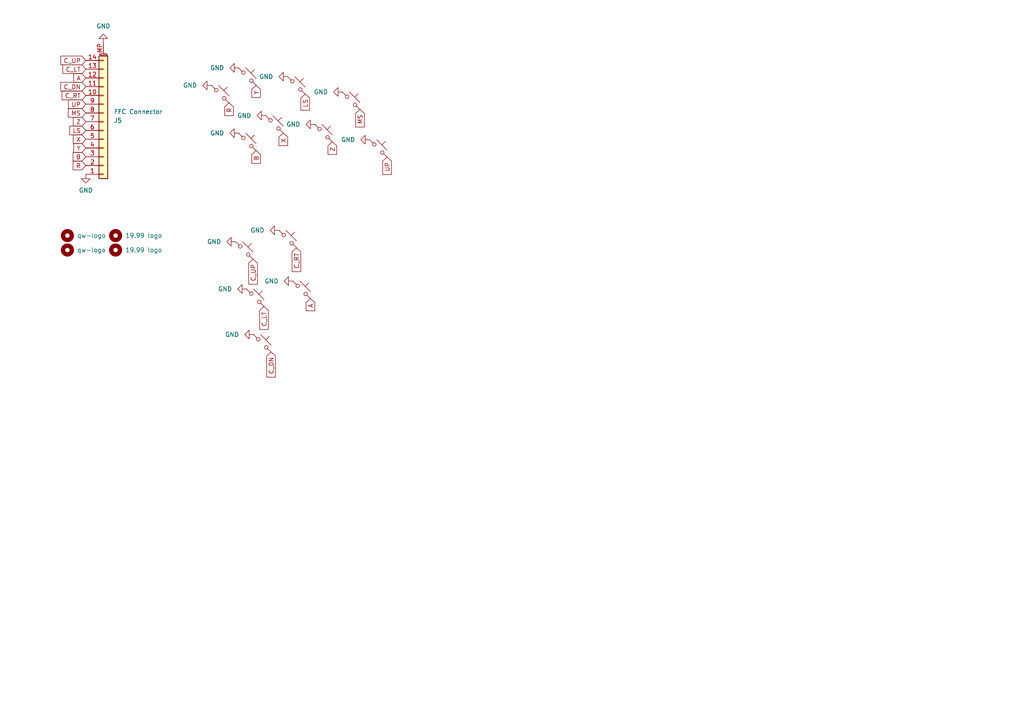
<source format=kicad_sch>
(kicad_sch (version 20230121) (generator eeschema)
  (paper "A4")
  (lib_symbols
    (symbol "Connector_Generic_MountingPin:Conn_01x14_MountingPin" (pin_names (offset 1.016) hide)
      (property "Reference" "J" (at 0 17.78 0))
      (property "Value" "Conn_01x14_MountingPin" (at 1.27 -20.32 0))
      (symbol "Conn_01x14_MountingPin_1_1"
        (rectangle (start -1.27 -17.653) (end 0 -17.907) (stroke (width 0.1524)))
        (rectangle (start -1.27 -15.113) (end 0 -15.367) (stroke (width 0.1524)))
        (rectangle (start -1.27 -12.573) (end 0 -12.827) (stroke (width 0.1524)))
        (rectangle (start -1.27 -10.033) (end 0 -10.287) (stroke (width 0.1524)))
        (rectangle (start -1.27 -7.493) (end 0 -7.747) (stroke (width 0.1524)))
        (rectangle (start -1.27 -4.953) (end 0 -5.207) (stroke (width 0.1524)))
        (rectangle (start -1.27 -2.413) (end 0 -2.667) (stroke (width 0.1524)))
        (rectangle (start -1.27 0.127) (end 0 -0.127) (stroke (width 0.1524)))
        (rectangle (start -1.27 2.667) (end 0 2.413) (stroke (width 0.1524)))
        (rectangle (start -1.27 5.207) (end 0 4.953) (stroke (width 0.1524)))
        (rectangle (start -1.27 7.747) (end 0 7.493) (stroke (width 0.1524)))
        (rectangle (start -1.27 10.287) (end 0 10.033) (stroke (width 0.1524)))
        (rectangle (start -1.27 12.827) (end 0 12.573) (stroke (width 0.1524)))
        (rectangle (start -1.27 15.367) (end 0 15.113) (stroke (width 0.1524)))
        (rectangle (start -1.27 16.51) (end 1.27 -19.05) (stroke (width 0.254)) (fill (type background)))
        (polyline (pts (xy -1.016 -19.812) (xy 1.016 -19.812)) (stroke (width 0.1524)))
        (text "Mounting" (at 0 -19.431 0) (effects (font (size 0.381 0.381))))
        (pin passive line (at -5.08 15.24 0) (length 3.81) (name "Pin_1") (number "1"))
        (pin passive line (at -5.08 -7.62 0) (length 3.81) (name "Pin_10") (number "10"))
        (pin passive line (at -5.08 -10.16 0) (length 3.81) (name "Pin_11") (number "11"))
        (pin passive line (at -5.08 -12.7 0) (length 3.81) (name "Pin_12") (number "12"))
        (pin passive line (at -5.08 -15.24 0) (length 3.81) (name "Pin_13") (number "13"))
        (pin passive line (at -5.08 -17.78 0) (length 3.81) (name "Pin_14") (number "14"))
        (pin passive line (at -5.08 12.7 0) (length 3.81) (name "Pin_2") (number "2"))
        (pin passive line (at -5.08 10.16 0) (length 3.81) (name "Pin_3") (number "3"))
        (pin passive line (at -5.08 7.62 0) (length 3.81) (name "Pin_4") (number "4"))
        (pin passive line (at -5.08 5.08 0) (length 3.81) (name "Pin_5") (number "5"))
        (pin passive line (at -5.08 2.54 0) (length 3.81) (name "Pin_6") (number "6"))
        (pin passive line (at -5.08 0 0) (length 3.81) (name "Pin_7") (number "7"))
        (pin passive line (at -5.08 -2.54 0) (length 3.81) (name "Pin_8") (number "8"))
        (pin passive line (at -5.08 -5.08 0) (length 3.81) (name "Pin_9") (number "9"))
        (pin passive line (at 0 -22.86 90) (length 3.048) (name "MountPin") (number "MP"))
      )
    )
    (symbol "GND_2" (power) (pin_names (offset 0))
      (property "Value" "GND_2" (at 0 -3.81 0))
      (symbol "GND_2_0_1"
        (polyline (pts (xy 0 0) (xy 0 -1.27) (xy 1.27 -1.27) (xy 0 -2.54) (xy -1.27 -1.27) (xy 0 -1.27)))
      )
      (symbol "GND_2_1_1"
        (pin power_in line (at 0 0 270) (length 0) hide (name "GND") (number "1"))
      )
    )
    (symbol "Mechanical:MountingHole" (pin_names (offset 1.016))
      (property "Reference" "H" (at 0 5.08 0))
      (property "Value" "MountingHole" (at 0 3.175 0))
      (symbol "MountingHole_0_1"
        (circle (center 0 0) (radius 1.27) (stroke (width 1.27)))
      )
    )
    (symbol "PCM_marbastlib-choc:choc_SW_HS" (pin_numbers hide) (pin_names (offset 1.016) hide)
      (property "Reference" "CH" (at 3.048 1.016 0))
      (property "Value" "choc_SW_HS" (at 0 -3.81 0))
      (symbol "choc_SW_HS_0_1"
        (circle (center -1.1684 1.1684) (radius 0.508))
        (polyline (pts (xy -0.508 2.54) (xy 2.54 -0.508)))
        (polyline (pts (xy 1.016 1.016) (xy 2.032 2.032)))
        (polyline (pts (xy -2.54 2.54) (xy -1.524 1.524) (xy -1.524 1.524)))
        (polyline (pts (xy 1.524 -1.524) (xy 2.54 -2.54) (xy 2.54 -2.54) (xy 2.54 -2.54)))
        (circle (center 1.143 -1.1938) (radius 0.508))
        (pin passive line (at -2.54 2.54 0) (length 0) (name "1") (number "1"))
        (pin passive line (at 2.54 -2.54 180) (length 0) (name "2") (number "2"))
      )
    )
    (symbol "power:GND" (power) (pin_names (offset 0))
      (property "Value" "GND" (at 0 -3.81 0))
      (symbol "GND_0_1"
        (polyline (pts (xy 0 0) (xy 0 -1.27) (xy 1.27 -1.27) (xy 0 -2.54) (xy -1.27 -1.27) (xy 0 -1.27)))
      )
      (symbol "GND_1_1"
        (pin power_in line (at 0 0 270) (length 0) hide (name "GND") (number "1"))
      )
    )
  )
  (global_label "X" (shape input) (at 24.892 40.386 180) (property "Intersheetrefs" "${INTERSHEET_REFS}" (effects hide)))
  (global_label "C_LT" (shape input) (at 76.581 88.9 270) (property "Intersheetrefs" "${INTERSHEET_REFS}" (effects hide)))
  (global_label "B" (shape input) (at 24.892 45.466 180) (property "Intersheetrefs" "${INTERSHEET_REFS}" (effects hide)))
  (global_label "C_DN" (shape input) (at 78.613 102.108 270) (property "Intersheetrefs" "${INTERSHEET_REFS}" (effects hide)))
  (global_label "Y" (shape input) (at 74.295 24.765 270) (property "Intersheetrefs" "${INTERSHEET_REFS}" (effects hide)))
  (global_label "LS" (shape input) (at 24.892 37.846 180) (property "Intersheetrefs" "${INTERSHEET_REFS}" (effects hide)))
  (global_label "R" (shape input) (at 24.892 48.006 180) (property "Intersheetrefs" "${INTERSHEET_REFS}" (effects hide)))
  (global_label "X" (shape input) (at 82.169 38.608 270) (property "Intersheetrefs" "${INTERSHEET_REFS}" (effects hide)))
  (global_label "C_DN" (shape input) (at 24.892 25.146 180) (property "Intersheetrefs" "${INTERSHEET_REFS}" (effects hide)))
  (global_label "C_RT" (shape input) (at 85.979 71.882 270) (property "Intersheetrefs" "${INTERSHEET_REFS}" (effects hide)))
  (global_label "MS" (shape input) (at 104.394 31.75 270) (property "Intersheetrefs" "${INTERSHEET_REFS}" (effects hide)))
  (global_label "UP" (shape input) (at 24.892 30.226 180) (property "Intersheetrefs" "${INTERSHEET_REFS}" (effects hide)))
  (global_label "C_UP" (shape input) (at 24.892 17.526 180) (property "Intersheetrefs" "${INTERSHEET_REFS}" (effects hide)))
  (global_label "C_LT" (shape input) (at 24.892 20.066 180) (property "Intersheetrefs" "${INTERSHEET_REFS}" (effects hide)))
  (global_label "A" (shape input) (at 90.043 86.614 270) (property "Intersheetrefs" "${INTERSHEET_REFS}" (effects hide)))
  (global_label "R" (shape input) (at 66.421 29.845 270) (property "Intersheetrefs" "${INTERSHEET_REFS}" (effects hide)))
  (global_label "MS" (shape input) (at 24.892 32.766 180) (property "Intersheetrefs" "${INTERSHEET_REFS}" (effects hide)))
  (global_label "C_RT" (shape input) (at 24.892 27.686 180) (property "Intersheetrefs" "${INTERSHEET_REFS}" (effects hide)))
  (global_label "UP" (shape input) (at 112.268 45.593 270) (property "Intersheetrefs" "${INTERSHEET_REFS}" (effects hide)))
  (global_label "Y" (shape input) (at 24.892 42.926 180) (property "Intersheetrefs" "${INTERSHEET_REFS}" (effects hide)))
  (global_label "Z" (shape input) (at 24.892 35.306 180) (property "Intersheetrefs" "${INTERSHEET_REFS}" (effects hide)))
  (global_label "Z" (shape input) (at 96.393 41.148 270) (property "Intersheetrefs" "${INTERSHEET_REFS}" (effects hide)))
  (global_label "A" (shape input) (at 24.892 22.606 180) (property "Intersheetrefs" "${INTERSHEET_REFS}" (effects hide)))
  (global_label "B" (shape input) (at 74.295 43.688 270) (property "Intersheetrefs" "${INTERSHEET_REFS}" (effects hide)))
  (global_label "LS" (shape input) (at 88.519 27.305 270) (property "Intersheetrefs" "${INTERSHEET_REFS}" (effects hide)))
  (global_label "C_UP" (shape input) (at 73.406 75.184 270) (property "Intersheetrefs" "${INTERSHEET_REFS}" (effects hide)))
  (symbol (lib_id "power:GND") (at 91.313 36.068 270) (unit 1)
    (property "Reference" "#PWR09" (effects hide))
    (property "Value" "GND" (at 87.122 36.068 90) (effects (justify right)))
  )
  (symbol (lib_id "power:GND") (at 107.188 40.513 270) (unit 1)
    (property "Reference" "#PWR010" (effects hide))
    (property "Value" "GND" (at 102.997 40.513 90) (effects (justify right)))
  )
  (symbol (lib_id "power:GND") (at 68.326 70.104 270) (unit 1)
    (property "Reference" "#PWR011" (effects hide))
    (property "Value" "GND" (at 64.135 70.104 90) (effects (justify right)))
  )
  (symbol (lib_id "PCM_marbastlib-choc:choc_SW_HS") (at 76.073 99.568 0) (unit 1)
    (property "Reference" "CH13" (effects hide))
    (property "Value" "choc_SW_HS" (effects hide))
    (property "Footprint" "PCM_marbastlib-choc:SW_choc_v1_HS_1u" (effects hide))
  )
  (symbol (lib_id "power:GND") (at 80.899 66.802 270) (unit 1)
    (property "Reference" "#PWR012" (effects hide))
    (property "Value" "GND" (at 76.708 66.802 90) (effects (justify right)))
  )
  (symbol (lib_id "PCM_marbastlib-choc:choc_SW_HS") (at 85.979 24.765 0) (unit 1)
    (property "Reference" "CH16" (effects hide))
    (property "Value" "choc_SW_HS" (effects hide))
    (property "Footprint" "PCM_marbastlib-choc:SW_choc_v1_HS_1u" (effects hide))
  )
  (symbol (lib_id "PCM_marbastlib-choc:choc_SW_HS") (at 101.854 29.21 0) (unit 1)
    (property "Reference" "CH19" (effects hide))
    (property "Value" "choc_SW_HS" (effects hide))
    (property "Footprint" "PCM_marbastlib-choc:SW_choc_v1_HS_1u" (effects hide))
  )
  (symbol (lib_id "Mechanical:MountingHole") (at 33.528 68.326 0) (unit 1)
    (property "Reference" "H7" (effects hide))
    (property "Value" "19.99 logo" (at 36.322 68.326 0) (effects (justify left)))
    (property "Footprint" "1999:1999 logo md" (effects hide))
  )
  (symbol (lib_id "power:GND") (at 69.215 19.685 270) (unit 1)
    (property "Reference" "#PWR04" (effects hide))
    (property "Value" "GND" (at 65.024 19.685 90) (effects (justify right)))
  )
  (symbol (lib_id "power:GND") (at 83.439 22.225 270) (unit 1)
    (property "Reference" "#PWR05" (effects hide))
    (property "Value" "GND" (at 79.248 22.225 90) (effects (justify right)))
  )
  (symbol (lib_id "PCM_marbastlib-choc:choc_SW_HS") (at 87.503 84.074 0) (unit 1)
    (property "Reference" "CH17" (effects hide))
    (property "Value" "choc_SW_HS" (effects hide))
    (property "Footprint" "PCM_marbastlib-choc:SW_choc_v1_HS_1u" (effects hide))
  )
  (symbol (lib_id "PCM_marbastlib-choc:choc_SW_HS") (at 71.755 22.225 0) (unit 1)
    (property "Reference" "CH10" (effects hide))
    (property "Value" "choc_SW_HS" (effects hide))
    (property "Footprint" "PCM_marbastlib-choc:SW_choc_v1_HS_1u" (effects hide))
  )
  (symbol (lib_id "Mechanical:MountingHole") (at 33.528 72.517 0) (unit 1)
    (property "Reference" "H8" (effects hide))
    (property "Value" "19.99 logo" (at 36.322 72.517 0) (effects (justify left)))
    (property "Footprint" "1999:1999 logo md" (effects hide))
  )
  (symbol (lib_name "GND_2") (lib_id "power:GND") (at 29.972 12.446 180) (unit 1)
    (property "Reference" "#PWR02" (effects hide))
    (property "Value" "GND" (at 29.972 7.574 0))
  )
  (symbol (lib_id "power:GND") (at 84.963 81.534 270) (unit 1)
    (property "Reference" "#PWR014" (effects hide))
    (property "Value" "GND" (at 80.772 81.534 90) (effects (justify right)))
  )
  (symbol (lib_id "PCM_marbastlib-choc:choc_SW_HS") (at 63.881 27.305 0) (unit 1)
    (property "Reference" "CH8" (effects hide))
    (property "Value" "choc_SW_HS" (effects hide))
    (property "Footprint" "PCM_marbastlib-choc:SW_choc_v1_HS_1u" (effects hide))
  )
  (symbol (lib_id "PCM_marbastlib-choc:choc_SW_HS") (at 71.755 41.148 0) (unit 1)
    (property "Reference" "CH11" (effects hide))
    (property "Value" "choc_SW_HS" (effects hide))
    (property "Footprint" "PCM_marbastlib-choc:SW_choc_v1_HS_1u" (effects hide))
  )
  (symbol (lib_id "power:GND") (at 61.341 24.765 270) (unit 1)
    (property "Reference" "#PWR03" (effects hide))
    (property "Value" "GND" (at 57.15 24.765 90) (effects (justify right)))
  )
  (symbol (lib_id "PCM_marbastlib-choc:choc_SW_HS") (at 79.629 36.068 0) (unit 1)
    (property "Reference" "CH14" (effects hide))
    (property "Value" "choc_SW_HS" (effects hide))
    (property "Footprint" "PCM_marbastlib-choc:SW_choc_v1_HS_1u" (effects hide))
  )
  (symbol (lib_id "power:GND") (at 73.533 97.028 270) (unit 1)
    (property "Reference" "#PWR015" (effects hide))
    (property "Value" "GND" (at 69.342 97.028 90) (effects (justify right)))
  )
  (symbol (lib_id "Connector_Generic_MountingPin:Conn_01x14_MountingPin") (at 29.972 35.306 0) (mirror x) (unit 1)
    (property "Reference" "J5" (at 33.02 34.9504 0) (effects (justify left)))
    (property "Value" "FFC Connector" (at 33.02 32.4104 0) (effects (justify left)))
    (property "Footprint" "Connector_FFC-FPC:TE_1-84953-4_1x14-1MP_P1.0mm_Horizontal" (effects hide))
    (property "LCSC" "C376047" (effects hide))
  )
  (symbol (lib_id "Mechanical:MountingHole") (at 19.558 72.517 0) (unit 1)
    (property "Reference" "H6" (effects hide))
    (property "Value" "qw-logo" (at 22.352 72.517 0) (effects (justify left)))
    (property "Footprint" "qw-logo:qw new logo silk + copper md" (effects hide))
  )
  (symbol (lib_id "PCM_marbastlib-choc:choc_SW_HS") (at 70.866 72.644 0) (unit 1)
    (property "Reference" "CH9" (effects hide))
    (property "Value" "choc_SW_HS" (effects hide))
    (property "Footprint" "PCM_marbastlib-choc:SW_choc_v1_HS_1u" (effects hide))
  )
  (symbol (lib_id "PCM_marbastlib-choc:choc_SW_HS") (at 74.041 86.36 0) (unit 1)
    (property "Reference" "CH12" (effects hide))
    (property "Value" "choc_SW_HS" (effects hide))
    (property "Footprint" "PCM_marbastlib-choc:SW_choc_v1_HS_1u" (effects hide))
  )
  (symbol (lib_name "GND_2") (lib_id "power:GND") (at 24.892 50.546 0) (unit 1)
    (property "Reference" "#PWR01" (effects hide))
    (property "Value" "GND" (at 24.892 55.2162 0))
  )
  (symbol (lib_id "power:GND") (at 77.089 33.528 270) (unit 1)
    (property "Reference" "#PWR08" (effects hide))
    (property "Value" "GND" (at 72.898 33.528 90) (effects (justify right)))
  )
  (symbol (lib_id "PCM_marbastlib-choc:choc_SW_HS") (at 93.853 38.608 0) (unit 1)
    (property "Reference" "CH18" (effects hide))
    (property "Value" "choc_SW_HS" (effects hide))
    (property "Footprint" "PCM_marbastlib-choc:SW_choc_v1_HS_1u" (effects hide))
  )
  (symbol (lib_id "Mechanical:MountingHole") (at 19.558 68.326 0) (unit 1)
    (property "Reference" "H5" (effects hide))
    (property "Value" "qw-logo" (at 22.352 68.326 0) (effects (justify left)))
    (property "Footprint" "qw-logo:qw new logo silk + copper md" (effects hide))
  )
  (symbol (lib_id "PCM_marbastlib-choc:choc_SW_HS") (at 109.728 43.053 0) (unit 1)
    (property "Reference" "CH20" (effects hide))
    (property "Value" "choc_SW_HS" (effects hide))
    (property "Footprint" "PCM_marbastlib-choc:SW_choc_v1_HS_1u" (effects hide))
  )
  (symbol (lib_id "power:GND") (at 71.501 83.82 270) (unit 1)
    (property "Reference" "#PWR013" (effects hide))
    (property "Value" "GND" (at 67.31 83.82 90) (effects (justify right)))
  )
  (symbol (lib_id "power:GND") (at 99.314 26.67 270) (unit 1)
    (property "Reference" "#PWR06" (effects hide))
    (property "Value" "GND" (at 95.123 26.67 90) (effects (justify right)))
  )
  (symbol (lib_id "power:GND") (at 69.215 38.608 270) (unit 1)
    (property "Reference" "#PWR07" (effects hide))
    (property "Value" "GND" (at 65.024 38.608 90) (effects (justify right)))
  )
  (symbol (lib_id "PCM_marbastlib-choc:choc_SW_HS") (at 83.439 69.342 0) (unit 1)
    (property "Reference" "CH15" (effects hide))
    (property "Value" "choc_SW_HS" (effects hide))
    (property "Footprint" "PCM_marbastlib-choc:SW_choc_v1_HS_1u" (effects hide))
  )
)
</source>
